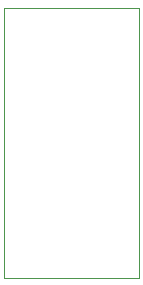
<source format=gbr>
%TF.GenerationSoftware,KiCad,Pcbnew,7.0.7-7.0.7~ubuntu22.04.1*%
%TF.CreationDate,2024-01-20T09:28:12-05:00*%
%TF.ProjectId,das_blinkenlights_v2,6461735f-626c-4696-9e6b-656e6c696768,rev?*%
%TF.SameCoordinates,Original*%
%TF.FileFunction,Profile,NP*%
%FSLAX46Y46*%
G04 Gerber Fmt 4.6, Leading zero omitted, Abs format (unit mm)*
G04 Created by KiCad (PCBNEW 7.0.7-7.0.7~ubuntu22.04.1) date 2024-01-20 09:28:12*
%MOMM*%
%LPD*%
G01*
G04 APERTURE LIST*
%TA.AperFunction,Profile*%
%ADD10C,0.100000*%
%TD*%
G04 APERTURE END LIST*
D10*
X128270000Y-95250000D02*
X139700000Y-95250000D01*
X128270000Y-118110000D02*
X128270000Y-95250000D01*
X139700000Y-118110000D02*
X128270000Y-118110000D01*
X139700000Y-95250000D02*
X139700000Y-118110000D01*
M02*

</source>
